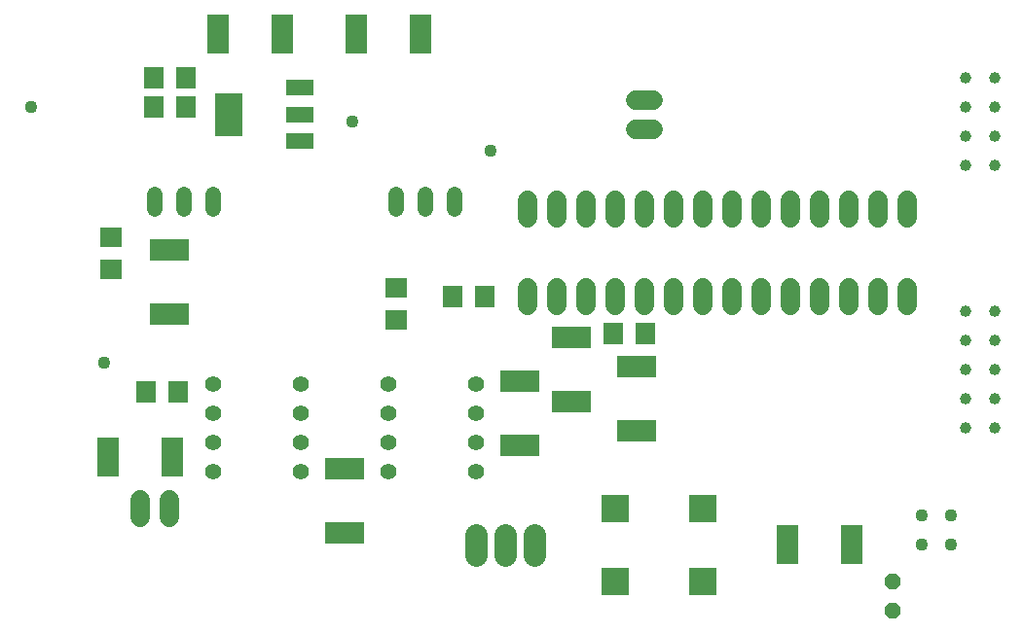
<source format=gbs>
G75*
%MOIN*%
%OFA0B0*%
%FSLAX25Y25*%
%IPPOS*%
%LPD*%
%AMOC8*
5,1,8,0,0,1.08239X$1,22.5*
%
%ADD10R,0.06899X0.07687*%
%ADD11R,0.07687X0.06899*%
%ADD12R,0.09400X0.05400*%
%ADD13R,0.09261X0.14773*%
%ADD14C,0.05600*%
%ADD15C,0.06600*%
%ADD16OC8,0.05400*%
%ADD17R,0.13198X0.07687*%
%ADD18C,0.05400*%
%ADD19R,0.07687X0.13198*%
%ADD20R,0.09458X0.09458*%
%ADD21C,0.07687*%
%ADD22C,0.03969*%
%ADD23C,0.04362*%
D10*
X0069188Y0099700D03*
X0080212Y0099700D03*
X0174188Y0132200D03*
X0185212Y0132200D03*
X0229188Y0119700D03*
X0240212Y0119700D03*
X0082712Y0197200D03*
X0071688Y0197200D03*
X0071688Y0207200D03*
X0082712Y0207200D03*
D11*
X0057200Y0152712D03*
X0057200Y0141688D03*
X0154700Y0135212D03*
X0154700Y0124188D03*
D12*
X0121900Y0185600D03*
X0121900Y0194700D03*
X0121900Y0203800D03*
D13*
X0097499Y0194700D03*
D14*
X0092200Y0102200D03*
X0092200Y0092200D03*
X0092200Y0082200D03*
X0092200Y0072200D03*
X0122200Y0072200D03*
X0122200Y0082200D03*
X0122200Y0092200D03*
X0122200Y0102200D03*
X0152200Y0102200D03*
X0152200Y0092200D03*
X0152200Y0082200D03*
X0152200Y0072200D03*
X0182200Y0072200D03*
X0182200Y0082200D03*
X0182200Y0092200D03*
X0182200Y0102200D03*
D15*
X0067200Y0062700D02*
X0067200Y0056700D01*
X0077200Y0056700D02*
X0077200Y0062700D01*
X0199700Y0129200D02*
X0199700Y0135200D01*
X0209700Y0135200D02*
X0209700Y0129200D01*
X0219700Y0129200D02*
X0219700Y0135200D01*
X0229700Y0135200D02*
X0229700Y0129200D01*
X0239700Y0129200D02*
X0239700Y0135200D01*
X0249700Y0135200D02*
X0249700Y0129200D01*
X0259700Y0129200D02*
X0259700Y0135200D01*
X0269700Y0135200D02*
X0269700Y0129200D01*
X0279700Y0129200D02*
X0279700Y0135200D01*
X0289700Y0135200D02*
X0289700Y0129200D01*
X0299700Y0129200D02*
X0299700Y0135200D01*
X0309700Y0135200D02*
X0309700Y0129200D01*
X0319700Y0129200D02*
X0319700Y0135200D01*
X0329700Y0135200D02*
X0329700Y0129200D01*
X0329700Y0159200D02*
X0329700Y0165200D01*
X0319700Y0165200D02*
X0319700Y0159200D01*
X0309700Y0159200D02*
X0309700Y0165200D01*
X0299700Y0165200D02*
X0299700Y0159200D01*
X0289700Y0159200D02*
X0289700Y0165200D01*
X0279700Y0165200D02*
X0279700Y0159200D01*
X0269700Y0159200D02*
X0269700Y0165200D01*
X0259700Y0165200D02*
X0259700Y0159200D01*
X0249700Y0159200D02*
X0249700Y0165200D01*
X0239700Y0165200D02*
X0239700Y0159200D01*
X0229700Y0159200D02*
X0229700Y0165200D01*
X0219700Y0165200D02*
X0219700Y0159200D01*
X0209700Y0159200D02*
X0209700Y0165200D01*
X0199700Y0165200D02*
X0199700Y0159200D01*
X0236700Y0189700D02*
X0242700Y0189700D01*
X0242700Y0199700D02*
X0236700Y0199700D01*
D16*
X0324700Y0034700D03*
X0324700Y0024700D03*
D17*
X0237200Y0086176D03*
X0214700Y0096176D03*
X0197200Y0103224D03*
X0214700Y0118224D03*
X0237200Y0108224D03*
X0197200Y0081176D03*
X0137200Y0073224D03*
X0137200Y0051176D03*
X0077200Y0126176D03*
X0077200Y0148224D03*
D18*
X0072200Y0162300D02*
X0072200Y0167100D01*
X0082200Y0167100D02*
X0082200Y0162300D01*
X0092200Y0162300D02*
X0092200Y0167100D01*
X0154700Y0167100D02*
X0154700Y0162300D01*
X0164700Y0162300D02*
X0164700Y0167100D01*
X0174700Y0167100D02*
X0174700Y0162300D01*
D19*
X0163224Y0222200D03*
X0141176Y0222200D03*
X0115724Y0222200D03*
X0093676Y0222200D03*
X0078224Y0077200D03*
X0056176Y0077200D03*
X0288676Y0047200D03*
X0310724Y0047200D03*
D20*
X0259700Y0034700D03*
X0229700Y0034700D03*
X0229700Y0059700D03*
X0259700Y0059700D03*
D21*
X0202200Y0050743D02*
X0202200Y0043657D01*
X0192200Y0043657D02*
X0192200Y0050743D01*
X0182200Y0050743D02*
X0182200Y0043657D01*
D22*
X0349700Y0087200D03*
X0359700Y0087200D03*
X0359700Y0097200D03*
X0349700Y0097200D03*
X0349700Y0107200D03*
X0359700Y0107200D03*
X0359700Y0117200D03*
X0349700Y0117200D03*
X0349700Y0127200D03*
X0359700Y0127200D03*
X0359700Y0177200D03*
X0349700Y0177200D03*
X0349700Y0187200D03*
X0359700Y0187200D03*
X0359700Y0197200D03*
X0349700Y0197200D03*
X0349700Y0207200D03*
X0359700Y0207200D03*
D23*
X0187200Y0182200D03*
X0139700Y0192200D03*
X0029700Y0197200D03*
X0054700Y0109700D03*
X0334700Y0057200D03*
X0344700Y0057200D03*
X0344700Y0047200D03*
X0334700Y0047200D03*
M02*

</source>
